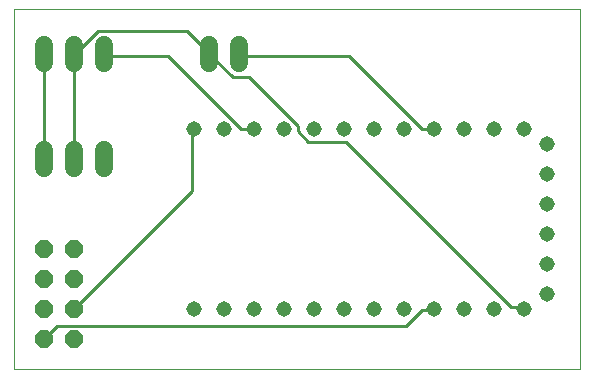
<source format=gtl>
G75*
%MOIN*%
%OFA0B0*%
%FSLAX24Y24*%
%IPPOS*%
%LPD*%
%AMOC8*
5,1,8,0,0,1.08239X$1,22.5*
%
%ADD10C,0.0000*%
%ADD11C,0.0600*%
%ADD12OC8,0.0600*%
%ADD13C,0.0515*%
%ADD14C,0.0100*%
D10*
X000517Y000100D02*
X000517Y012096D01*
X019387Y012096D01*
X019387Y000100D01*
X000517Y000100D01*
D11*
X001517Y006800D02*
X001517Y007400D01*
X002517Y007400D02*
X002517Y006800D01*
X003517Y006800D02*
X003517Y007400D01*
X003517Y010300D02*
X003517Y010900D01*
X002517Y010900D02*
X002517Y010300D01*
X001517Y010300D02*
X001517Y010900D01*
X007017Y010900D02*
X007017Y010300D01*
X008017Y010300D02*
X008017Y010900D01*
D12*
X002517Y004100D03*
X001517Y004100D03*
X001517Y003100D03*
X002517Y003100D03*
X002517Y002100D03*
X001517Y002100D03*
X001517Y001100D03*
X002517Y001100D03*
D13*
X006517Y002100D03*
X007517Y002100D03*
X008517Y002100D03*
X009517Y002100D03*
X010517Y002100D03*
X011517Y002100D03*
X012517Y002100D03*
X013517Y002100D03*
X014517Y002100D03*
X015517Y002100D03*
X016517Y002100D03*
X017517Y002100D03*
X018267Y002600D03*
X018267Y003600D03*
X018267Y004600D03*
X018267Y005600D03*
X018267Y006600D03*
X018267Y007600D03*
X017517Y008100D03*
X016517Y008100D03*
X015517Y008100D03*
X014517Y008100D03*
X013517Y008100D03*
X012517Y008100D03*
X011517Y008100D03*
X010517Y008100D03*
X009517Y008100D03*
X008517Y008100D03*
X007517Y008100D03*
X006517Y008100D03*
D14*
X006457Y008020D01*
X006457Y006040D01*
X002517Y002100D01*
X001957Y001540D02*
X001517Y001100D01*
X001957Y001540D02*
X013567Y001540D01*
X014107Y002080D01*
X014467Y002080D01*
X014517Y002100D01*
X017077Y002170D02*
X011587Y007660D01*
X010327Y007660D01*
X009967Y008020D01*
X009967Y008200D01*
X008347Y009820D01*
X007807Y009820D01*
X007087Y010540D01*
X007017Y010600D01*
X006997Y010630D01*
X006277Y011350D01*
X003307Y011350D01*
X002587Y010630D01*
X002517Y010600D01*
X002497Y010540D01*
X002497Y007120D01*
X002517Y007100D01*
X001517Y007100D02*
X001507Y007120D01*
X001507Y010540D01*
X001517Y010600D01*
X003517Y010600D02*
X003577Y010540D01*
X005647Y010540D01*
X008077Y008110D01*
X008437Y008110D01*
X008517Y008100D01*
X008077Y010540D02*
X008017Y010600D01*
X008077Y010540D02*
X011677Y010540D01*
X014107Y008110D01*
X014467Y008110D01*
X014517Y008100D01*
X017077Y002170D02*
X017437Y002170D01*
X017517Y002100D01*
M02*

</source>
